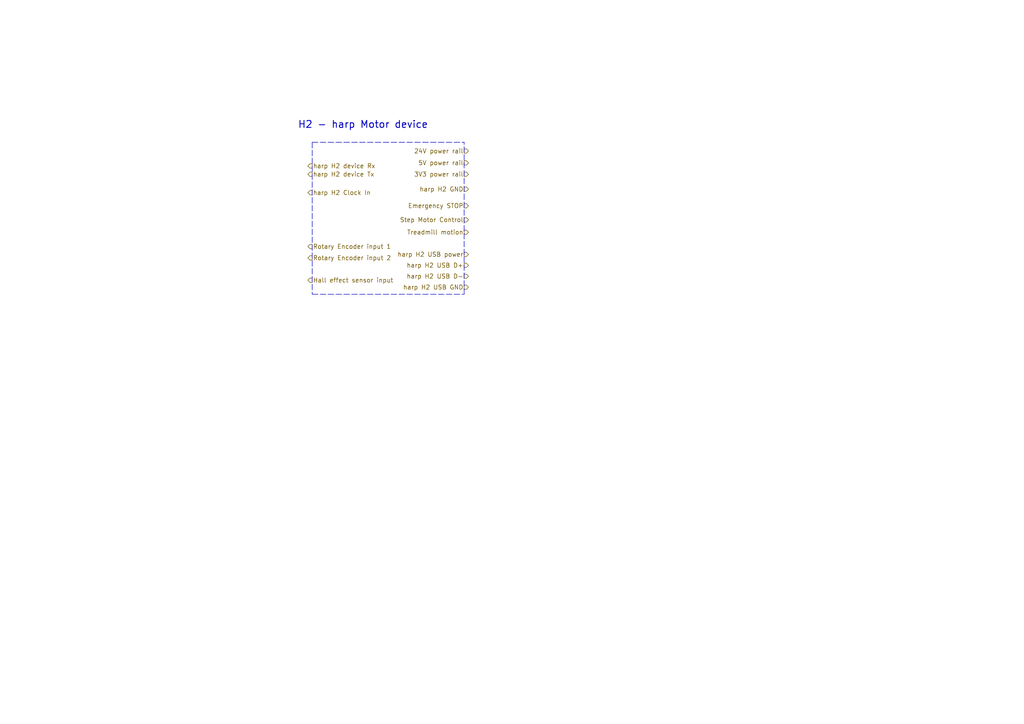
<source format=kicad_sch>
(kicad_sch (version 20211123) (generator eeschema)
  (paper "A4")
  (lib_symbols)
  (polyline (pts (xy 90.551 41.275) (xy 90.551 85.344)))
  (polyline (pts (xy 90.551 41.275) (xy 134.62 41.275)))
  (polyline (pts (xy 134.62 85.344) (xy 134.62 41.275)))
  (polyline (pts (xy 90.551 85.344) (xy 134.62 85.344)))
  (text "H2 - harp Motor device" (at 86.36 37.465 0) (effects (font (size 2.032 2.032) (thickness 0.254) bold) (justify left bottom)))
  (hierarchical_label "harp H2 device Tx" (shape input) (at 89.281 50.546 0))
  (hierarchical_label "24V power rail" (shape input) (at 135.89 43.815 180))
  (hierarchical_label "harp H2 USB GND" (shape input) (at 135.89 83.312 180))
  (hierarchical_label "Hall effect sensor input" (shape input) (at 89.281 81.28 0))
  (hierarchical_label "Treadmill motion" (shape input) (at 135.89 67.3608 180))
  (hierarchical_label "harp H2 Clock In" (shape input) (at 89.281 55.88 0))
  (hierarchical_label "harp H2 USB D-" (shape input) (at 135.89 80.137 180))
  (hierarchical_label "harp H2 USB power" (shape input) (at 135.89 73.787 180))
  (hierarchical_label "Emergency STOP" (shape input) (at 135.89 59.69 180))
  (hierarchical_label "harp H2 USB D+" (shape input) (at 135.89 76.962 180))
  (hierarchical_label "harp H2 GND" (shape input) (at 135.89 54.864 180))
  (hierarchical_label "5V power rail" (shape input) (at 135.89 47.244 180))
  (hierarchical_label "Step Motor Control" (shape input) (at 135.89 63.754 180))
  (hierarchical_label "Rotary Encoder input 2" (shape input) (at 89.281 74.803 0))
  (hierarchical_label "harp H2 device Rx" (shape input) (at 89.281 48.133 0))
  (hierarchical_label "Rotary Encoder input 1" (shape input) (at 89.281 71.501 0))
  (hierarchical_label "3V3 power rail" (shape input) (at 135.89 50.546 180))
)
</source>
